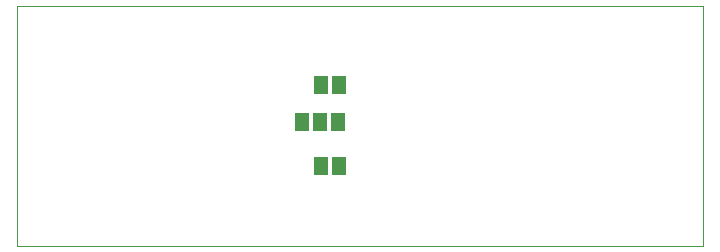
<source format=gbp>
G75*
%MOIN*%
%OFA0B0*%
%FSLAX25Y25*%
%IPPOS*%
%LPD*%
%AMOC8*
5,1,8,0,0,1.08239X$1,22.5*
%
%ADD10C,0.00000*%
%ADD11R,0.04600X0.06300*%
D10*
X0001000Y0001300D02*
X0001000Y0081261D01*
X0229701Y0081261D01*
X0229701Y0001300D01*
X0001000Y0001300D01*
D11*
X0102162Y0028125D03*
X0108162Y0028125D03*
X0107825Y0042588D03*
X0101825Y0042588D03*
X0095825Y0042588D03*
X0102162Y0054825D03*
X0108162Y0054825D03*
M02*

</source>
